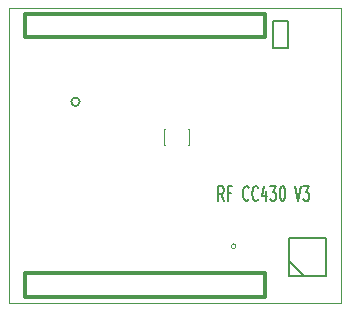
<source format=gto>
G04 (created by PCBNEW (22-Jun-2014 BZR 4027)-stable) date Fri 19 Dec 2014 12:55:31 PM EET*
%MOIN*%
G04 Gerber Fmt 3.4, Leading zero omitted, Abs format*
%FSLAX34Y34*%
G01*
G70*
G90*
G04 APERTURE LIST*
%ADD10C,0.00590551*%
%ADD11C,0.00787402*%
%ADD12C,0.0039*%
%ADD13C,0.005*%
%ADD14C,0.012*%
%ADD15C,0.008*%
%ADD16C,0.00393701*%
G04 APERTURE END LIST*
G54D10*
G54D11*
X26572Y-20091D02*
X26467Y-19866D01*
X26392Y-20091D02*
X26392Y-19618D01*
X26512Y-19618D01*
X26542Y-19640D01*
X26557Y-19663D01*
X26572Y-19708D01*
X26572Y-19776D01*
X26557Y-19821D01*
X26542Y-19843D01*
X26512Y-19866D01*
X26392Y-19866D01*
X26812Y-19843D02*
X26707Y-19843D01*
X26707Y-20091D02*
X26707Y-19618D01*
X26857Y-19618D01*
X27397Y-20046D02*
X27382Y-20068D01*
X27337Y-20091D01*
X27307Y-20091D01*
X27262Y-20068D01*
X27232Y-20023D01*
X27217Y-19978D01*
X27202Y-19888D01*
X27202Y-19821D01*
X27217Y-19731D01*
X27232Y-19686D01*
X27262Y-19640D01*
X27307Y-19618D01*
X27337Y-19618D01*
X27382Y-19640D01*
X27397Y-19663D01*
X27712Y-20046D02*
X27697Y-20068D01*
X27652Y-20091D01*
X27622Y-20091D01*
X27577Y-20068D01*
X27547Y-20023D01*
X27532Y-19978D01*
X27517Y-19888D01*
X27517Y-19821D01*
X27532Y-19731D01*
X27547Y-19686D01*
X27577Y-19640D01*
X27622Y-19618D01*
X27652Y-19618D01*
X27697Y-19640D01*
X27712Y-19663D01*
X27982Y-19776D02*
X27982Y-20091D01*
X27907Y-19595D02*
X27832Y-19933D01*
X28027Y-19933D01*
X28117Y-19618D02*
X28312Y-19618D01*
X28207Y-19798D01*
X28252Y-19798D01*
X28282Y-19821D01*
X28297Y-19843D01*
X28312Y-19888D01*
X28312Y-20001D01*
X28297Y-20046D01*
X28282Y-20068D01*
X28252Y-20091D01*
X28162Y-20091D01*
X28132Y-20068D01*
X28117Y-20046D01*
X28507Y-19618D02*
X28537Y-19618D01*
X28567Y-19640D01*
X28582Y-19663D01*
X28597Y-19708D01*
X28612Y-19798D01*
X28612Y-19911D01*
X28597Y-20001D01*
X28582Y-20046D01*
X28567Y-20068D01*
X28537Y-20091D01*
X28507Y-20091D01*
X28477Y-20068D01*
X28462Y-20046D01*
X28447Y-20001D01*
X28432Y-19911D01*
X28432Y-19798D01*
X28447Y-19708D01*
X28462Y-19663D01*
X28477Y-19640D01*
X28507Y-19618D01*
X28942Y-19618D02*
X29047Y-20091D01*
X29152Y-19618D01*
X29227Y-19618D02*
X29422Y-19618D01*
X29317Y-19798D01*
X29362Y-19798D01*
X29392Y-19821D01*
X29407Y-19843D01*
X29422Y-19888D01*
X29422Y-20001D01*
X29407Y-20046D01*
X29392Y-20068D01*
X29362Y-20091D01*
X29272Y-20091D01*
X29242Y-20068D01*
X29227Y-20046D01*
G54D12*
X19409Y-13661D02*
X30472Y-13661D01*
X19409Y-23504D02*
X19646Y-23504D01*
X19409Y-13661D02*
X19409Y-23504D01*
X30472Y-23504D02*
X19646Y-23504D01*
X30472Y-23465D02*
X30472Y-23504D01*
X30472Y-23386D02*
X30472Y-23465D01*
X30472Y-13661D02*
X30472Y-23386D01*
G54D13*
X21767Y-16795D02*
G75*
G03X21767Y-16795I-141J0D01*
G74*
G01*
G54D14*
X19950Y-14636D02*
X19950Y-13878D01*
X27933Y-13868D02*
X27933Y-14636D01*
X27933Y-13858D02*
X19950Y-13858D01*
X19950Y-14646D02*
X27933Y-14646D01*
X19950Y-23297D02*
X19950Y-22539D01*
X27933Y-22529D02*
X27933Y-23297D01*
X27933Y-22519D02*
X19950Y-22519D01*
X19950Y-23307D02*
X27933Y-23307D01*
G54D15*
X29245Y-22594D02*
X28745Y-22119D01*
X28745Y-22594D02*
X29995Y-22594D01*
X29995Y-22594D02*
X29995Y-21344D01*
X29995Y-21344D02*
X28745Y-21344D01*
X28745Y-21344D02*
X28745Y-22594D01*
G54D16*
X25407Y-18251D02*
X25367Y-18251D01*
X25407Y-17720D02*
X25367Y-17720D01*
X24580Y-17720D02*
X24619Y-17720D01*
X25407Y-17720D02*
X25407Y-18251D01*
X24619Y-18251D02*
X24580Y-18251D01*
X24580Y-18251D02*
X24580Y-17720D01*
G54D13*
X28700Y-14100D02*
X28700Y-15000D01*
X28700Y-15000D02*
X28200Y-15000D01*
X28200Y-15000D02*
X28200Y-14100D01*
X28200Y-14100D02*
X28700Y-14100D01*
G54D16*
X26979Y-21608D02*
G75*
G03X26979Y-21608I-78J0D01*
G74*
G01*
M02*

</source>
